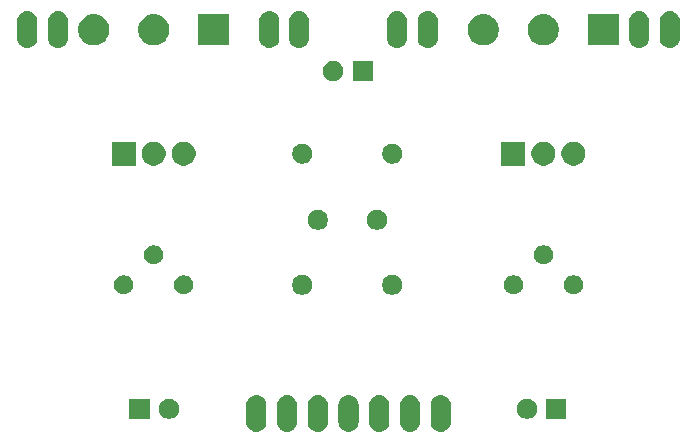
<source format=gts>
G04 #@! TF.GenerationSoftware,KiCad,Pcbnew,(5.1.5-0-10_14)*
G04 #@! TF.CreationDate,2021-12-30T16:01:06+01:00*
G04 #@! TF.ProjectId,npnium,6e706e69-756d-42e6-9b69-6361645f7063,rev?*
G04 #@! TF.SameCoordinates,Original*
G04 #@! TF.FileFunction,Soldermask,Top*
G04 #@! TF.FilePolarity,Negative*
%FSLAX46Y46*%
G04 Gerber Fmt 4.6, Leading zero omitted, Abs format (unit mm)*
G04 Created by KiCad (PCBNEW (5.1.5-0-10_14)) date 2021-12-30 16:01:06*
%MOMM*%
%LPD*%
G04 APERTURE LIST*
%ADD10C,0.100000*%
G04 APERTURE END LIST*
D10*
G36*
X92366822Y-109361313D02*
G01*
X92527241Y-109409976D01*
X92675077Y-109488995D01*
X92804659Y-109595341D01*
X92911004Y-109724922D01*
X92911005Y-109724924D01*
X92990024Y-109872758D01*
X93038687Y-110033177D01*
X93051000Y-110158196D01*
X93051000Y-111641804D01*
X93038687Y-111766823D01*
X92990024Y-111927242D01*
X92919114Y-112059906D01*
X92911004Y-112075078D01*
X92804659Y-112204659D01*
X92675078Y-112311004D01*
X92675076Y-112311005D01*
X92527242Y-112390024D01*
X92366823Y-112438687D01*
X92200000Y-112455117D01*
X92033178Y-112438687D01*
X91872759Y-112390024D01*
X91724925Y-112311005D01*
X91724923Y-112311004D01*
X91595342Y-112204659D01*
X91488997Y-112075078D01*
X91480887Y-112059906D01*
X91409977Y-111927242D01*
X91361314Y-111766823D01*
X91349001Y-111641804D01*
X91349000Y-110158197D01*
X91361313Y-110033178D01*
X91409976Y-109872759D01*
X91488995Y-109724923D01*
X91595341Y-109595341D01*
X91724922Y-109488996D01*
X91740094Y-109480886D01*
X91872758Y-109409976D01*
X92033177Y-109361313D01*
X92200000Y-109344883D01*
X92366822Y-109361313D01*
G37*
G36*
X94966822Y-109361313D02*
G01*
X95127241Y-109409976D01*
X95275077Y-109488995D01*
X95404659Y-109595341D01*
X95511004Y-109724922D01*
X95511005Y-109724924D01*
X95590024Y-109872758D01*
X95638687Y-110033177D01*
X95651000Y-110158196D01*
X95651000Y-111641804D01*
X95638687Y-111766823D01*
X95590024Y-111927242D01*
X95519114Y-112059906D01*
X95511004Y-112075078D01*
X95404659Y-112204659D01*
X95275078Y-112311004D01*
X95275076Y-112311005D01*
X95127242Y-112390024D01*
X94966823Y-112438687D01*
X94800000Y-112455117D01*
X94633178Y-112438687D01*
X94472759Y-112390024D01*
X94324925Y-112311005D01*
X94324923Y-112311004D01*
X94195342Y-112204659D01*
X94088997Y-112075078D01*
X94080887Y-112059906D01*
X94009977Y-111927242D01*
X93961314Y-111766823D01*
X93949001Y-111641804D01*
X93949000Y-110158197D01*
X93961313Y-110033178D01*
X94009976Y-109872759D01*
X94088995Y-109724923D01*
X94195341Y-109595341D01*
X94324922Y-109488996D01*
X94340094Y-109480886D01*
X94472758Y-109409976D01*
X94633177Y-109361313D01*
X94800000Y-109344883D01*
X94966822Y-109361313D01*
G37*
G36*
X97566822Y-109361313D02*
G01*
X97727241Y-109409976D01*
X97875077Y-109488995D01*
X98004659Y-109595341D01*
X98111004Y-109724922D01*
X98111005Y-109724924D01*
X98190024Y-109872758D01*
X98238687Y-110033177D01*
X98251000Y-110158196D01*
X98251000Y-111641804D01*
X98238687Y-111766823D01*
X98190024Y-111927242D01*
X98119114Y-112059906D01*
X98111004Y-112075078D01*
X98004659Y-112204659D01*
X97875078Y-112311004D01*
X97875076Y-112311005D01*
X97727242Y-112390024D01*
X97566823Y-112438687D01*
X97400000Y-112455117D01*
X97233178Y-112438687D01*
X97072759Y-112390024D01*
X96924925Y-112311005D01*
X96924923Y-112311004D01*
X96795342Y-112204659D01*
X96688997Y-112075078D01*
X96680887Y-112059906D01*
X96609977Y-111927242D01*
X96561314Y-111766823D01*
X96549001Y-111641804D01*
X96549000Y-110158197D01*
X96561313Y-110033178D01*
X96609976Y-109872759D01*
X96688995Y-109724923D01*
X96795341Y-109595341D01*
X96924922Y-109488996D01*
X96940094Y-109480886D01*
X97072758Y-109409976D01*
X97233177Y-109361313D01*
X97400000Y-109344883D01*
X97566822Y-109361313D01*
G37*
G36*
X100166822Y-109361313D02*
G01*
X100327241Y-109409976D01*
X100475077Y-109488995D01*
X100604659Y-109595341D01*
X100711004Y-109724922D01*
X100711005Y-109724924D01*
X100790024Y-109872758D01*
X100838687Y-110033177D01*
X100851000Y-110158196D01*
X100851000Y-111641804D01*
X100838687Y-111766823D01*
X100790024Y-111927242D01*
X100719114Y-112059906D01*
X100711004Y-112075078D01*
X100604659Y-112204659D01*
X100475078Y-112311004D01*
X100475076Y-112311005D01*
X100327242Y-112390024D01*
X100166823Y-112438687D01*
X100000000Y-112455117D01*
X99833178Y-112438687D01*
X99672759Y-112390024D01*
X99524925Y-112311005D01*
X99524923Y-112311004D01*
X99395342Y-112204659D01*
X99288997Y-112075078D01*
X99280887Y-112059906D01*
X99209977Y-111927242D01*
X99161314Y-111766823D01*
X99149001Y-111641804D01*
X99149000Y-110158197D01*
X99161313Y-110033178D01*
X99209976Y-109872759D01*
X99288995Y-109724923D01*
X99395341Y-109595341D01*
X99524922Y-109488996D01*
X99540094Y-109480886D01*
X99672758Y-109409976D01*
X99833177Y-109361313D01*
X100000000Y-109344883D01*
X100166822Y-109361313D01*
G37*
G36*
X102766822Y-109361313D02*
G01*
X102927241Y-109409976D01*
X103075077Y-109488995D01*
X103204659Y-109595341D01*
X103311004Y-109724922D01*
X103311005Y-109724924D01*
X103390024Y-109872758D01*
X103438687Y-110033177D01*
X103451000Y-110158196D01*
X103451000Y-111641804D01*
X103438687Y-111766823D01*
X103390024Y-111927242D01*
X103319114Y-112059906D01*
X103311004Y-112075078D01*
X103204659Y-112204659D01*
X103075078Y-112311004D01*
X103075076Y-112311005D01*
X102927242Y-112390024D01*
X102766823Y-112438687D01*
X102600000Y-112455117D01*
X102433178Y-112438687D01*
X102272759Y-112390024D01*
X102124925Y-112311005D01*
X102124923Y-112311004D01*
X101995342Y-112204659D01*
X101888997Y-112075078D01*
X101880887Y-112059906D01*
X101809977Y-111927242D01*
X101761314Y-111766823D01*
X101749001Y-111641804D01*
X101749000Y-110158197D01*
X101761313Y-110033178D01*
X101809976Y-109872759D01*
X101888995Y-109724923D01*
X101995341Y-109595341D01*
X102124922Y-109488996D01*
X102140094Y-109480886D01*
X102272758Y-109409976D01*
X102433177Y-109361313D01*
X102600000Y-109344883D01*
X102766822Y-109361313D01*
G37*
G36*
X105366822Y-109361313D02*
G01*
X105527241Y-109409976D01*
X105675077Y-109488995D01*
X105804659Y-109595341D01*
X105911004Y-109724922D01*
X105911005Y-109724924D01*
X105990024Y-109872758D01*
X106038687Y-110033177D01*
X106051000Y-110158196D01*
X106051000Y-111641804D01*
X106038687Y-111766823D01*
X105990024Y-111927242D01*
X105919114Y-112059906D01*
X105911004Y-112075078D01*
X105804659Y-112204659D01*
X105675078Y-112311004D01*
X105675076Y-112311005D01*
X105527242Y-112390024D01*
X105366823Y-112438687D01*
X105200000Y-112455117D01*
X105033178Y-112438687D01*
X104872759Y-112390024D01*
X104724925Y-112311005D01*
X104724923Y-112311004D01*
X104595342Y-112204659D01*
X104488997Y-112075078D01*
X104480887Y-112059906D01*
X104409977Y-111927242D01*
X104361314Y-111766823D01*
X104349001Y-111641804D01*
X104349000Y-110158197D01*
X104361313Y-110033178D01*
X104409976Y-109872759D01*
X104488995Y-109724923D01*
X104595341Y-109595341D01*
X104724922Y-109488996D01*
X104740094Y-109480886D01*
X104872758Y-109409976D01*
X105033177Y-109361313D01*
X105200000Y-109344883D01*
X105366822Y-109361313D01*
G37*
G36*
X107966822Y-109361313D02*
G01*
X108127241Y-109409976D01*
X108275077Y-109488995D01*
X108404659Y-109595341D01*
X108511004Y-109724922D01*
X108511005Y-109724924D01*
X108590024Y-109872758D01*
X108638687Y-110033177D01*
X108651000Y-110158196D01*
X108651000Y-111641804D01*
X108638687Y-111766823D01*
X108590024Y-111927242D01*
X108519114Y-112059906D01*
X108511004Y-112075078D01*
X108404659Y-112204659D01*
X108275078Y-112311004D01*
X108275076Y-112311005D01*
X108127242Y-112390024D01*
X107966823Y-112438687D01*
X107800000Y-112455117D01*
X107633178Y-112438687D01*
X107472759Y-112390024D01*
X107324925Y-112311005D01*
X107324923Y-112311004D01*
X107195342Y-112204659D01*
X107088997Y-112075078D01*
X107080887Y-112059906D01*
X107009977Y-111927242D01*
X106961314Y-111766823D01*
X106949001Y-111641804D01*
X106949000Y-110158197D01*
X106961313Y-110033178D01*
X107009976Y-109872759D01*
X107088995Y-109724923D01*
X107195341Y-109595341D01*
X107324922Y-109488996D01*
X107340094Y-109480886D01*
X107472758Y-109409976D01*
X107633177Y-109361313D01*
X107800000Y-109344883D01*
X107966822Y-109361313D01*
G37*
G36*
X118451000Y-111351000D02*
G01*
X116749000Y-111351000D01*
X116749000Y-109649000D01*
X118451000Y-109649000D01*
X118451000Y-111351000D01*
G37*
G36*
X115348228Y-109681703D02*
G01*
X115503100Y-109745853D01*
X115642481Y-109838985D01*
X115761015Y-109957519D01*
X115854147Y-110096900D01*
X115918297Y-110251772D01*
X115951000Y-110416184D01*
X115951000Y-110583816D01*
X115918297Y-110748228D01*
X115854147Y-110903100D01*
X115761015Y-111042481D01*
X115642481Y-111161015D01*
X115503100Y-111254147D01*
X115348228Y-111318297D01*
X115183816Y-111351000D01*
X115016184Y-111351000D01*
X114851772Y-111318297D01*
X114696900Y-111254147D01*
X114557519Y-111161015D01*
X114438985Y-111042481D01*
X114345853Y-110903100D01*
X114281703Y-110748228D01*
X114249000Y-110583816D01*
X114249000Y-110416184D01*
X114281703Y-110251772D01*
X114345853Y-110096900D01*
X114438985Y-109957519D01*
X114557519Y-109838985D01*
X114696900Y-109745853D01*
X114851772Y-109681703D01*
X115016184Y-109649000D01*
X115183816Y-109649000D01*
X115348228Y-109681703D01*
G37*
G36*
X85048228Y-109681703D02*
G01*
X85203100Y-109745853D01*
X85342481Y-109838985D01*
X85461015Y-109957519D01*
X85554147Y-110096900D01*
X85618297Y-110251772D01*
X85651000Y-110416184D01*
X85651000Y-110583816D01*
X85618297Y-110748228D01*
X85554147Y-110903100D01*
X85461015Y-111042481D01*
X85342481Y-111161015D01*
X85203100Y-111254147D01*
X85048228Y-111318297D01*
X84883816Y-111351000D01*
X84716184Y-111351000D01*
X84551772Y-111318297D01*
X84396900Y-111254147D01*
X84257519Y-111161015D01*
X84138985Y-111042481D01*
X84045853Y-110903100D01*
X83981703Y-110748228D01*
X83949000Y-110583816D01*
X83949000Y-110416184D01*
X83981703Y-110251772D01*
X84045853Y-110096900D01*
X84138985Y-109957519D01*
X84257519Y-109838985D01*
X84396900Y-109745853D01*
X84551772Y-109681703D01*
X84716184Y-109649000D01*
X84883816Y-109649000D01*
X85048228Y-109681703D01*
G37*
G36*
X83151000Y-111351000D02*
G01*
X81449000Y-111351000D01*
X81449000Y-109649000D01*
X83151000Y-109649000D01*
X83151000Y-111351000D01*
G37*
G36*
X103948228Y-99181703D02*
G01*
X104103100Y-99245853D01*
X104242481Y-99338985D01*
X104361015Y-99457519D01*
X104454147Y-99596900D01*
X104518297Y-99751772D01*
X104551000Y-99916184D01*
X104551000Y-100083816D01*
X104518297Y-100248228D01*
X104454147Y-100403100D01*
X104361015Y-100542481D01*
X104242481Y-100661015D01*
X104103100Y-100754147D01*
X103948228Y-100818297D01*
X103783816Y-100851000D01*
X103616184Y-100851000D01*
X103451772Y-100818297D01*
X103296900Y-100754147D01*
X103157519Y-100661015D01*
X103038985Y-100542481D01*
X102945853Y-100403100D01*
X102881703Y-100248228D01*
X102849000Y-100083816D01*
X102849000Y-99916184D01*
X102881703Y-99751772D01*
X102945853Y-99596900D01*
X103038985Y-99457519D01*
X103157519Y-99338985D01*
X103296900Y-99245853D01*
X103451772Y-99181703D01*
X103616184Y-99149000D01*
X103783816Y-99149000D01*
X103948228Y-99181703D01*
G37*
G36*
X96328228Y-99181703D02*
G01*
X96483100Y-99245853D01*
X96622481Y-99338985D01*
X96741015Y-99457519D01*
X96834147Y-99596900D01*
X96898297Y-99751772D01*
X96931000Y-99916184D01*
X96931000Y-100083816D01*
X96898297Y-100248228D01*
X96834147Y-100403100D01*
X96741015Y-100542481D01*
X96622481Y-100661015D01*
X96483100Y-100754147D01*
X96328228Y-100818297D01*
X96163816Y-100851000D01*
X95996184Y-100851000D01*
X95831772Y-100818297D01*
X95676900Y-100754147D01*
X95537519Y-100661015D01*
X95418985Y-100542481D01*
X95325853Y-100403100D01*
X95261703Y-100248228D01*
X95229000Y-100083816D01*
X95229000Y-99916184D01*
X95261703Y-99751772D01*
X95325853Y-99596900D01*
X95418985Y-99457519D01*
X95537519Y-99338985D01*
X95676900Y-99245853D01*
X95831772Y-99181703D01*
X95996184Y-99149000D01*
X96163816Y-99149000D01*
X96328228Y-99181703D01*
G37*
G36*
X86277142Y-99218242D02*
G01*
X86425101Y-99279529D01*
X86558255Y-99368499D01*
X86671501Y-99481745D01*
X86760471Y-99614899D01*
X86821758Y-99762858D01*
X86853000Y-99919925D01*
X86853000Y-100080075D01*
X86821758Y-100237142D01*
X86760471Y-100385101D01*
X86671501Y-100518255D01*
X86558255Y-100631501D01*
X86425101Y-100720471D01*
X86277142Y-100781758D01*
X86120075Y-100813000D01*
X85959925Y-100813000D01*
X85802858Y-100781758D01*
X85654899Y-100720471D01*
X85521745Y-100631501D01*
X85408499Y-100518255D01*
X85319529Y-100385101D01*
X85258242Y-100237142D01*
X85227000Y-100080075D01*
X85227000Y-99919925D01*
X85258242Y-99762858D01*
X85319529Y-99614899D01*
X85408499Y-99481745D01*
X85521745Y-99368499D01*
X85654899Y-99279529D01*
X85802858Y-99218242D01*
X85959925Y-99187000D01*
X86120075Y-99187000D01*
X86277142Y-99218242D01*
G37*
G36*
X119277142Y-99218242D02*
G01*
X119425101Y-99279529D01*
X119558255Y-99368499D01*
X119671501Y-99481745D01*
X119760471Y-99614899D01*
X119821758Y-99762858D01*
X119853000Y-99919925D01*
X119853000Y-100080075D01*
X119821758Y-100237142D01*
X119760471Y-100385101D01*
X119671501Y-100518255D01*
X119558255Y-100631501D01*
X119425101Y-100720471D01*
X119277142Y-100781758D01*
X119120075Y-100813000D01*
X118959925Y-100813000D01*
X118802858Y-100781758D01*
X118654899Y-100720471D01*
X118521745Y-100631501D01*
X118408499Y-100518255D01*
X118319529Y-100385101D01*
X118258242Y-100237142D01*
X118227000Y-100080075D01*
X118227000Y-99919925D01*
X118258242Y-99762858D01*
X118319529Y-99614899D01*
X118408499Y-99481745D01*
X118521745Y-99368499D01*
X118654899Y-99279529D01*
X118802858Y-99218242D01*
X118959925Y-99187000D01*
X119120075Y-99187000D01*
X119277142Y-99218242D01*
G37*
G36*
X114197142Y-99218242D02*
G01*
X114345101Y-99279529D01*
X114478255Y-99368499D01*
X114591501Y-99481745D01*
X114680471Y-99614899D01*
X114741758Y-99762858D01*
X114773000Y-99919925D01*
X114773000Y-100080075D01*
X114741758Y-100237142D01*
X114680471Y-100385101D01*
X114591501Y-100518255D01*
X114478255Y-100631501D01*
X114345101Y-100720471D01*
X114197142Y-100781758D01*
X114040075Y-100813000D01*
X113879925Y-100813000D01*
X113722858Y-100781758D01*
X113574899Y-100720471D01*
X113441745Y-100631501D01*
X113328499Y-100518255D01*
X113239529Y-100385101D01*
X113178242Y-100237142D01*
X113147000Y-100080075D01*
X113147000Y-99919925D01*
X113178242Y-99762858D01*
X113239529Y-99614899D01*
X113328499Y-99481745D01*
X113441745Y-99368499D01*
X113574899Y-99279529D01*
X113722858Y-99218242D01*
X113879925Y-99187000D01*
X114040075Y-99187000D01*
X114197142Y-99218242D01*
G37*
G36*
X81197142Y-99218242D02*
G01*
X81345101Y-99279529D01*
X81478255Y-99368499D01*
X81591501Y-99481745D01*
X81680471Y-99614899D01*
X81741758Y-99762858D01*
X81773000Y-99919925D01*
X81773000Y-100080075D01*
X81741758Y-100237142D01*
X81680471Y-100385101D01*
X81591501Y-100518255D01*
X81478255Y-100631501D01*
X81345101Y-100720471D01*
X81197142Y-100781758D01*
X81040075Y-100813000D01*
X80879925Y-100813000D01*
X80722858Y-100781758D01*
X80574899Y-100720471D01*
X80441745Y-100631501D01*
X80328499Y-100518255D01*
X80239529Y-100385101D01*
X80178242Y-100237142D01*
X80147000Y-100080075D01*
X80147000Y-99919925D01*
X80178242Y-99762858D01*
X80239529Y-99614899D01*
X80328499Y-99481745D01*
X80441745Y-99368499D01*
X80574899Y-99279529D01*
X80722858Y-99218242D01*
X80879925Y-99187000D01*
X81040075Y-99187000D01*
X81197142Y-99218242D01*
G37*
G36*
X116737142Y-96678242D02*
G01*
X116885101Y-96739529D01*
X117018255Y-96828499D01*
X117131501Y-96941745D01*
X117220471Y-97074899D01*
X117281758Y-97222858D01*
X117313000Y-97379925D01*
X117313000Y-97540075D01*
X117281758Y-97697142D01*
X117220471Y-97845101D01*
X117131501Y-97978255D01*
X117018255Y-98091501D01*
X116885101Y-98180471D01*
X116737142Y-98241758D01*
X116580075Y-98273000D01*
X116419925Y-98273000D01*
X116262858Y-98241758D01*
X116114899Y-98180471D01*
X115981745Y-98091501D01*
X115868499Y-97978255D01*
X115779529Y-97845101D01*
X115718242Y-97697142D01*
X115687000Y-97540075D01*
X115687000Y-97379925D01*
X115718242Y-97222858D01*
X115779529Y-97074899D01*
X115868499Y-96941745D01*
X115981745Y-96828499D01*
X116114899Y-96739529D01*
X116262858Y-96678242D01*
X116419925Y-96647000D01*
X116580075Y-96647000D01*
X116737142Y-96678242D01*
G37*
G36*
X83737142Y-96678242D02*
G01*
X83885101Y-96739529D01*
X84018255Y-96828499D01*
X84131501Y-96941745D01*
X84220471Y-97074899D01*
X84281758Y-97222858D01*
X84313000Y-97379925D01*
X84313000Y-97540075D01*
X84281758Y-97697142D01*
X84220471Y-97845101D01*
X84131501Y-97978255D01*
X84018255Y-98091501D01*
X83885101Y-98180471D01*
X83737142Y-98241758D01*
X83580075Y-98273000D01*
X83419925Y-98273000D01*
X83262858Y-98241758D01*
X83114899Y-98180471D01*
X82981745Y-98091501D01*
X82868499Y-97978255D01*
X82779529Y-97845101D01*
X82718242Y-97697142D01*
X82687000Y-97540075D01*
X82687000Y-97379925D01*
X82718242Y-97222858D01*
X82779529Y-97074899D01*
X82868499Y-96941745D01*
X82981745Y-96828499D01*
X83114899Y-96739529D01*
X83262858Y-96678242D01*
X83419925Y-96647000D01*
X83580075Y-96647000D01*
X83737142Y-96678242D01*
G37*
G36*
X102648228Y-93681703D02*
G01*
X102803100Y-93745853D01*
X102942481Y-93838985D01*
X103061015Y-93957519D01*
X103154147Y-94096900D01*
X103218297Y-94251772D01*
X103251000Y-94416184D01*
X103251000Y-94583816D01*
X103218297Y-94748228D01*
X103154147Y-94903100D01*
X103061015Y-95042481D01*
X102942481Y-95161015D01*
X102803100Y-95254147D01*
X102648228Y-95318297D01*
X102483816Y-95351000D01*
X102316184Y-95351000D01*
X102151772Y-95318297D01*
X101996900Y-95254147D01*
X101857519Y-95161015D01*
X101738985Y-95042481D01*
X101645853Y-94903100D01*
X101581703Y-94748228D01*
X101549000Y-94583816D01*
X101549000Y-94416184D01*
X101581703Y-94251772D01*
X101645853Y-94096900D01*
X101738985Y-93957519D01*
X101857519Y-93838985D01*
X101996900Y-93745853D01*
X102151772Y-93681703D01*
X102316184Y-93649000D01*
X102483816Y-93649000D01*
X102648228Y-93681703D01*
G37*
G36*
X97648228Y-93681703D02*
G01*
X97803100Y-93745853D01*
X97942481Y-93838985D01*
X98061015Y-93957519D01*
X98154147Y-94096900D01*
X98218297Y-94251772D01*
X98251000Y-94416184D01*
X98251000Y-94583816D01*
X98218297Y-94748228D01*
X98154147Y-94903100D01*
X98061015Y-95042481D01*
X97942481Y-95161015D01*
X97803100Y-95254147D01*
X97648228Y-95318297D01*
X97483816Y-95351000D01*
X97316184Y-95351000D01*
X97151772Y-95318297D01*
X96996900Y-95254147D01*
X96857519Y-95161015D01*
X96738985Y-95042481D01*
X96645853Y-94903100D01*
X96581703Y-94748228D01*
X96549000Y-94583816D01*
X96549000Y-94416184D01*
X96581703Y-94251772D01*
X96645853Y-94096900D01*
X96738985Y-93957519D01*
X96857519Y-93838985D01*
X96996900Y-93745853D01*
X97151772Y-93681703D01*
X97316184Y-93649000D01*
X97483816Y-93649000D01*
X97648228Y-93681703D01*
G37*
G36*
X81976200Y-89916200D02*
G01*
X79943800Y-89916200D01*
X79943800Y-87883800D01*
X81976200Y-87883800D01*
X81976200Y-89916200D01*
G37*
G36*
X119336415Y-87922851D02*
G01*
X119521350Y-87999454D01*
X119521351Y-87999455D01*
X119687790Y-88110666D01*
X119829334Y-88252210D01*
X119829335Y-88252212D01*
X119940546Y-88418650D01*
X120017149Y-88603585D01*
X120056200Y-88799912D01*
X120056200Y-89000088D01*
X120017149Y-89196415D01*
X119940546Y-89381350D01*
X119940545Y-89381351D01*
X119829334Y-89547790D01*
X119687790Y-89689334D01*
X119644447Y-89718295D01*
X119521350Y-89800546D01*
X119336415Y-89877149D01*
X119140088Y-89916200D01*
X118939912Y-89916200D01*
X118743585Y-89877149D01*
X118558650Y-89800546D01*
X118435553Y-89718295D01*
X118392210Y-89689334D01*
X118250666Y-89547790D01*
X118139455Y-89381351D01*
X118139454Y-89381350D01*
X118062851Y-89196415D01*
X118023800Y-89000088D01*
X118023800Y-88799912D01*
X118062851Y-88603585D01*
X118139454Y-88418650D01*
X118250665Y-88252212D01*
X118250666Y-88252210D01*
X118392210Y-88110666D01*
X118558649Y-87999455D01*
X118558650Y-87999454D01*
X118743585Y-87922851D01*
X118939912Y-87883800D01*
X119140088Y-87883800D01*
X119336415Y-87922851D01*
G37*
G36*
X116796415Y-87922851D02*
G01*
X116981350Y-87999454D01*
X116981351Y-87999455D01*
X117147790Y-88110666D01*
X117289334Y-88252210D01*
X117289335Y-88252212D01*
X117400546Y-88418650D01*
X117477149Y-88603585D01*
X117516200Y-88799912D01*
X117516200Y-89000088D01*
X117477149Y-89196415D01*
X117400546Y-89381350D01*
X117400545Y-89381351D01*
X117289334Y-89547790D01*
X117147790Y-89689334D01*
X117104447Y-89718295D01*
X116981350Y-89800546D01*
X116796415Y-89877149D01*
X116600088Y-89916200D01*
X116399912Y-89916200D01*
X116203585Y-89877149D01*
X116018650Y-89800546D01*
X115895553Y-89718295D01*
X115852210Y-89689334D01*
X115710666Y-89547790D01*
X115599455Y-89381351D01*
X115599454Y-89381350D01*
X115522851Y-89196415D01*
X115483800Y-89000088D01*
X115483800Y-88799912D01*
X115522851Y-88603585D01*
X115599454Y-88418650D01*
X115710665Y-88252212D01*
X115710666Y-88252210D01*
X115852210Y-88110666D01*
X116018649Y-87999455D01*
X116018650Y-87999454D01*
X116203585Y-87922851D01*
X116399912Y-87883800D01*
X116600088Y-87883800D01*
X116796415Y-87922851D01*
G37*
G36*
X114976200Y-89916200D02*
G01*
X112943800Y-89916200D01*
X112943800Y-87883800D01*
X114976200Y-87883800D01*
X114976200Y-89916200D01*
G37*
G36*
X83796415Y-87922851D02*
G01*
X83981350Y-87999454D01*
X83981351Y-87999455D01*
X84147790Y-88110666D01*
X84289334Y-88252210D01*
X84289335Y-88252212D01*
X84400546Y-88418650D01*
X84477149Y-88603585D01*
X84516200Y-88799912D01*
X84516200Y-89000088D01*
X84477149Y-89196415D01*
X84400546Y-89381350D01*
X84400545Y-89381351D01*
X84289334Y-89547790D01*
X84147790Y-89689334D01*
X84104447Y-89718295D01*
X83981350Y-89800546D01*
X83796415Y-89877149D01*
X83600088Y-89916200D01*
X83399912Y-89916200D01*
X83203585Y-89877149D01*
X83018650Y-89800546D01*
X82895553Y-89718295D01*
X82852210Y-89689334D01*
X82710666Y-89547790D01*
X82599455Y-89381351D01*
X82599454Y-89381350D01*
X82522851Y-89196415D01*
X82483800Y-89000088D01*
X82483800Y-88799912D01*
X82522851Y-88603585D01*
X82599454Y-88418650D01*
X82710665Y-88252212D01*
X82710666Y-88252210D01*
X82852210Y-88110666D01*
X83018649Y-87999455D01*
X83018650Y-87999454D01*
X83203585Y-87922851D01*
X83399912Y-87883800D01*
X83600088Y-87883800D01*
X83796415Y-87922851D01*
G37*
G36*
X86336415Y-87922851D02*
G01*
X86521350Y-87999454D01*
X86521351Y-87999455D01*
X86687790Y-88110666D01*
X86829334Y-88252210D01*
X86829335Y-88252212D01*
X86940546Y-88418650D01*
X87017149Y-88603585D01*
X87056200Y-88799912D01*
X87056200Y-89000088D01*
X87017149Y-89196415D01*
X86940546Y-89381350D01*
X86940545Y-89381351D01*
X86829334Y-89547790D01*
X86687790Y-89689334D01*
X86644447Y-89718295D01*
X86521350Y-89800546D01*
X86336415Y-89877149D01*
X86140088Y-89916200D01*
X85939912Y-89916200D01*
X85743585Y-89877149D01*
X85558650Y-89800546D01*
X85435553Y-89718295D01*
X85392210Y-89689334D01*
X85250666Y-89547790D01*
X85139455Y-89381351D01*
X85139454Y-89381350D01*
X85062851Y-89196415D01*
X85023800Y-89000088D01*
X85023800Y-88799912D01*
X85062851Y-88603585D01*
X85139454Y-88418650D01*
X85250665Y-88252212D01*
X85250666Y-88252210D01*
X85392210Y-88110666D01*
X85558649Y-87999455D01*
X85558650Y-87999454D01*
X85743585Y-87922851D01*
X85939912Y-87883800D01*
X86140088Y-87883800D01*
X86336415Y-87922851D01*
G37*
G36*
X103948228Y-88081703D02*
G01*
X104103100Y-88145853D01*
X104242481Y-88238985D01*
X104361015Y-88357519D01*
X104454147Y-88496900D01*
X104518297Y-88651772D01*
X104551000Y-88816184D01*
X104551000Y-88983816D01*
X104518297Y-89148228D01*
X104454147Y-89303100D01*
X104361015Y-89442481D01*
X104242481Y-89561015D01*
X104103100Y-89654147D01*
X103948228Y-89718297D01*
X103783816Y-89751000D01*
X103616184Y-89751000D01*
X103451772Y-89718297D01*
X103296900Y-89654147D01*
X103157519Y-89561015D01*
X103038985Y-89442481D01*
X102945853Y-89303100D01*
X102881703Y-89148228D01*
X102849000Y-88983816D01*
X102849000Y-88816184D01*
X102881703Y-88651772D01*
X102945853Y-88496900D01*
X103038985Y-88357519D01*
X103157519Y-88238985D01*
X103296900Y-88145853D01*
X103451772Y-88081703D01*
X103616184Y-88049000D01*
X103783816Y-88049000D01*
X103948228Y-88081703D01*
G37*
G36*
X96328228Y-88081703D02*
G01*
X96483100Y-88145853D01*
X96622481Y-88238985D01*
X96741015Y-88357519D01*
X96834147Y-88496900D01*
X96898297Y-88651772D01*
X96931000Y-88816184D01*
X96931000Y-88983816D01*
X96898297Y-89148228D01*
X96834147Y-89303100D01*
X96741015Y-89442481D01*
X96622481Y-89561015D01*
X96483100Y-89654147D01*
X96328228Y-89718297D01*
X96163816Y-89751000D01*
X95996184Y-89751000D01*
X95831772Y-89718297D01*
X95676900Y-89654147D01*
X95537519Y-89561015D01*
X95418985Y-89442481D01*
X95325853Y-89303100D01*
X95261703Y-89148228D01*
X95229000Y-88983816D01*
X95229000Y-88816184D01*
X95261703Y-88651772D01*
X95325853Y-88496900D01*
X95418985Y-88357519D01*
X95537519Y-88238985D01*
X95676900Y-88145853D01*
X95831772Y-88081703D01*
X95996184Y-88049000D01*
X96163816Y-88049000D01*
X96328228Y-88081703D01*
G37*
G36*
X102051000Y-82751000D02*
G01*
X100349000Y-82751000D01*
X100349000Y-81049000D01*
X102051000Y-81049000D01*
X102051000Y-82751000D01*
G37*
G36*
X98948228Y-81081703D02*
G01*
X99103100Y-81145853D01*
X99242481Y-81238985D01*
X99361015Y-81357519D01*
X99454147Y-81496900D01*
X99518297Y-81651772D01*
X99551000Y-81816184D01*
X99551000Y-81983816D01*
X99518297Y-82148228D01*
X99454147Y-82303100D01*
X99361015Y-82442481D01*
X99242481Y-82561015D01*
X99103100Y-82654147D01*
X98948228Y-82718297D01*
X98783816Y-82751000D01*
X98616184Y-82751000D01*
X98451772Y-82718297D01*
X98296900Y-82654147D01*
X98157519Y-82561015D01*
X98038985Y-82442481D01*
X97945853Y-82303100D01*
X97881703Y-82148228D01*
X97849000Y-81983816D01*
X97849000Y-81816184D01*
X97881703Y-81651772D01*
X97945853Y-81496900D01*
X98038985Y-81357519D01*
X98157519Y-81238985D01*
X98296900Y-81145853D01*
X98451772Y-81081703D01*
X98616184Y-81049000D01*
X98783816Y-81049000D01*
X98948228Y-81081703D01*
G37*
G36*
X104266822Y-76861313D02*
G01*
X104427241Y-76909976D01*
X104575077Y-76988995D01*
X104704659Y-77095341D01*
X104811004Y-77224922D01*
X104811005Y-77224924D01*
X104890024Y-77372758D01*
X104938687Y-77533177D01*
X104951000Y-77658196D01*
X104951000Y-79141804D01*
X104938687Y-79266823D01*
X104890024Y-79427242D01*
X104819114Y-79559906D01*
X104811004Y-79575078D01*
X104704659Y-79704659D01*
X104575078Y-79811004D01*
X104575076Y-79811005D01*
X104427242Y-79890024D01*
X104266823Y-79938687D01*
X104100000Y-79955117D01*
X103933178Y-79938687D01*
X103772759Y-79890024D01*
X103624925Y-79811005D01*
X103624923Y-79811004D01*
X103495342Y-79704659D01*
X103388997Y-79575078D01*
X103380887Y-79559906D01*
X103309977Y-79427242D01*
X103261314Y-79266823D01*
X103249001Y-79141804D01*
X103249000Y-77658197D01*
X103261313Y-77533178D01*
X103309976Y-77372759D01*
X103388995Y-77224923D01*
X103495341Y-77095341D01*
X103624922Y-76988996D01*
X103640094Y-76980886D01*
X103772758Y-76909976D01*
X103933177Y-76861313D01*
X104100000Y-76844883D01*
X104266822Y-76861313D01*
G37*
G36*
X72966822Y-76861313D02*
G01*
X73127241Y-76909976D01*
X73275077Y-76988995D01*
X73404659Y-77095341D01*
X73511004Y-77224922D01*
X73511005Y-77224924D01*
X73590024Y-77372758D01*
X73638687Y-77533177D01*
X73651000Y-77658196D01*
X73651000Y-79141804D01*
X73638687Y-79266823D01*
X73590024Y-79427242D01*
X73519114Y-79559906D01*
X73511004Y-79575078D01*
X73404659Y-79704659D01*
X73275078Y-79811004D01*
X73275076Y-79811005D01*
X73127242Y-79890024D01*
X72966823Y-79938687D01*
X72800000Y-79955117D01*
X72633178Y-79938687D01*
X72472759Y-79890024D01*
X72324925Y-79811005D01*
X72324923Y-79811004D01*
X72195342Y-79704659D01*
X72088997Y-79575078D01*
X72080887Y-79559906D01*
X72009977Y-79427242D01*
X71961314Y-79266823D01*
X71949001Y-79141804D01*
X71949000Y-77658197D01*
X71961313Y-77533178D01*
X72009976Y-77372759D01*
X72088995Y-77224923D01*
X72195341Y-77095341D01*
X72324922Y-76988996D01*
X72340094Y-76980886D01*
X72472758Y-76909976D01*
X72633177Y-76861313D01*
X72800000Y-76844883D01*
X72966822Y-76861313D01*
G37*
G36*
X106866822Y-76861313D02*
G01*
X107027241Y-76909976D01*
X107175077Y-76988995D01*
X107304659Y-77095341D01*
X107411004Y-77224922D01*
X107411005Y-77224924D01*
X107490024Y-77372758D01*
X107538687Y-77533177D01*
X107551000Y-77658196D01*
X107551000Y-79141804D01*
X107538687Y-79266823D01*
X107490024Y-79427242D01*
X107419114Y-79559906D01*
X107411004Y-79575078D01*
X107304659Y-79704659D01*
X107175078Y-79811004D01*
X107175076Y-79811005D01*
X107027242Y-79890024D01*
X106866823Y-79938687D01*
X106700000Y-79955117D01*
X106533178Y-79938687D01*
X106372759Y-79890024D01*
X106224925Y-79811005D01*
X106224923Y-79811004D01*
X106095342Y-79704659D01*
X105988997Y-79575078D01*
X105980887Y-79559906D01*
X105909977Y-79427242D01*
X105861314Y-79266823D01*
X105849001Y-79141804D01*
X105849000Y-77658197D01*
X105861313Y-77533178D01*
X105909976Y-77372759D01*
X105988995Y-77224923D01*
X106095341Y-77095341D01*
X106224922Y-76988996D01*
X106240094Y-76980886D01*
X106372758Y-76909976D01*
X106533177Y-76861313D01*
X106700000Y-76844883D01*
X106866822Y-76861313D01*
G37*
G36*
X127366822Y-76861313D02*
G01*
X127527241Y-76909976D01*
X127675077Y-76988995D01*
X127804659Y-77095341D01*
X127911004Y-77224922D01*
X127911005Y-77224924D01*
X127990024Y-77372758D01*
X128038687Y-77533177D01*
X128051000Y-77658196D01*
X128051000Y-79141804D01*
X128038687Y-79266823D01*
X127990024Y-79427242D01*
X127919114Y-79559906D01*
X127911004Y-79575078D01*
X127804659Y-79704659D01*
X127675078Y-79811004D01*
X127675076Y-79811005D01*
X127527242Y-79890024D01*
X127366823Y-79938687D01*
X127200000Y-79955117D01*
X127033178Y-79938687D01*
X126872759Y-79890024D01*
X126724925Y-79811005D01*
X126724923Y-79811004D01*
X126595342Y-79704659D01*
X126488997Y-79575078D01*
X126480887Y-79559906D01*
X126409977Y-79427242D01*
X126361314Y-79266823D01*
X126349001Y-79141804D01*
X126349000Y-77658197D01*
X126361313Y-77533178D01*
X126409976Y-77372759D01*
X126488995Y-77224923D01*
X126595341Y-77095341D01*
X126724922Y-76988996D01*
X126740094Y-76980886D01*
X126872758Y-76909976D01*
X127033177Y-76861313D01*
X127200000Y-76844883D01*
X127366822Y-76861313D01*
G37*
G36*
X124766822Y-76861313D02*
G01*
X124927241Y-76909976D01*
X125075077Y-76988995D01*
X125204659Y-77095341D01*
X125311004Y-77224922D01*
X125311005Y-77224924D01*
X125390024Y-77372758D01*
X125438687Y-77533177D01*
X125451000Y-77658196D01*
X125451000Y-79141804D01*
X125438687Y-79266823D01*
X125390024Y-79427242D01*
X125319114Y-79559906D01*
X125311004Y-79575078D01*
X125204659Y-79704659D01*
X125075078Y-79811004D01*
X125075076Y-79811005D01*
X124927242Y-79890024D01*
X124766823Y-79938687D01*
X124600000Y-79955117D01*
X124433178Y-79938687D01*
X124272759Y-79890024D01*
X124124925Y-79811005D01*
X124124923Y-79811004D01*
X123995342Y-79704659D01*
X123888997Y-79575078D01*
X123880887Y-79559906D01*
X123809977Y-79427242D01*
X123761314Y-79266823D01*
X123749001Y-79141804D01*
X123749000Y-77658197D01*
X123761313Y-77533178D01*
X123809976Y-77372759D01*
X123888995Y-77224923D01*
X123995341Y-77095341D01*
X124124922Y-76988996D01*
X124140094Y-76980886D01*
X124272758Y-76909976D01*
X124433177Y-76861313D01*
X124600000Y-76844883D01*
X124766822Y-76861313D01*
G37*
G36*
X75566822Y-76861313D02*
G01*
X75727241Y-76909976D01*
X75875077Y-76988995D01*
X76004659Y-77095341D01*
X76111004Y-77224922D01*
X76111005Y-77224924D01*
X76190024Y-77372758D01*
X76238687Y-77533177D01*
X76251000Y-77658196D01*
X76251000Y-79141804D01*
X76238687Y-79266823D01*
X76190024Y-79427242D01*
X76119114Y-79559906D01*
X76111004Y-79575078D01*
X76004659Y-79704659D01*
X75875078Y-79811004D01*
X75875076Y-79811005D01*
X75727242Y-79890024D01*
X75566823Y-79938687D01*
X75400000Y-79955117D01*
X75233178Y-79938687D01*
X75072759Y-79890024D01*
X74924925Y-79811005D01*
X74924923Y-79811004D01*
X74795342Y-79704659D01*
X74688997Y-79575078D01*
X74680887Y-79559906D01*
X74609977Y-79427242D01*
X74561314Y-79266823D01*
X74549001Y-79141804D01*
X74549000Y-77658197D01*
X74561313Y-77533178D01*
X74609976Y-77372759D01*
X74688995Y-77224923D01*
X74795341Y-77095341D01*
X74924922Y-76988996D01*
X74940094Y-76980886D01*
X75072758Y-76909976D01*
X75233177Y-76861313D01*
X75400000Y-76844883D01*
X75566822Y-76861313D01*
G37*
G36*
X95966822Y-76861313D02*
G01*
X96127241Y-76909976D01*
X96275077Y-76988995D01*
X96404659Y-77095341D01*
X96511004Y-77224922D01*
X96511005Y-77224924D01*
X96590024Y-77372758D01*
X96638687Y-77533177D01*
X96651000Y-77658196D01*
X96651000Y-79141804D01*
X96638687Y-79266823D01*
X96590024Y-79427242D01*
X96519114Y-79559906D01*
X96511004Y-79575078D01*
X96404659Y-79704659D01*
X96275078Y-79811004D01*
X96275076Y-79811005D01*
X96127242Y-79890024D01*
X95966823Y-79938687D01*
X95800000Y-79955117D01*
X95633178Y-79938687D01*
X95472759Y-79890024D01*
X95324925Y-79811005D01*
X95324923Y-79811004D01*
X95195342Y-79704659D01*
X95088997Y-79575078D01*
X95080887Y-79559906D01*
X95009977Y-79427242D01*
X94961314Y-79266823D01*
X94949001Y-79141804D01*
X94949000Y-77658197D01*
X94961313Y-77533178D01*
X95009976Y-77372759D01*
X95088995Y-77224923D01*
X95195341Y-77095341D01*
X95324922Y-76988996D01*
X95340094Y-76980886D01*
X95472758Y-76909976D01*
X95633177Y-76861313D01*
X95800000Y-76844883D01*
X95966822Y-76861313D01*
G37*
G36*
X93466822Y-76861313D02*
G01*
X93627241Y-76909976D01*
X93775077Y-76988995D01*
X93904659Y-77095341D01*
X94011004Y-77224922D01*
X94011005Y-77224924D01*
X94090024Y-77372758D01*
X94138687Y-77533177D01*
X94151000Y-77658196D01*
X94151000Y-79141804D01*
X94138687Y-79266823D01*
X94090024Y-79427242D01*
X94019114Y-79559906D01*
X94011004Y-79575078D01*
X93904659Y-79704659D01*
X93775078Y-79811004D01*
X93775076Y-79811005D01*
X93627242Y-79890024D01*
X93466823Y-79938687D01*
X93300000Y-79955117D01*
X93133178Y-79938687D01*
X92972759Y-79890024D01*
X92824925Y-79811005D01*
X92824923Y-79811004D01*
X92695342Y-79704659D01*
X92588997Y-79575078D01*
X92580887Y-79559906D01*
X92509977Y-79427242D01*
X92461314Y-79266823D01*
X92449001Y-79141804D01*
X92449000Y-77658197D01*
X92461313Y-77533178D01*
X92509976Y-77372759D01*
X92588995Y-77224923D01*
X92695341Y-77095341D01*
X92824922Y-76988996D01*
X92840094Y-76980886D01*
X92972758Y-76909976D01*
X93133177Y-76861313D01*
X93300000Y-76844883D01*
X93466822Y-76861313D01*
G37*
G36*
X83757715Y-77104383D02*
G01*
X83885322Y-77129765D01*
X84026148Y-77188097D01*
X84125727Y-77229344D01*
X84125728Y-77229345D01*
X84342089Y-77373912D01*
X84526088Y-77557911D01*
X84593099Y-77658201D01*
X84670656Y-77774273D01*
X84711903Y-77873852D01*
X84770235Y-78014678D01*
X84821000Y-78269893D01*
X84821000Y-78530107D01*
X84770235Y-78785322D01*
X84711903Y-78926148D01*
X84670656Y-79025727D01*
X84670655Y-79025728D01*
X84526088Y-79242089D01*
X84342089Y-79426088D01*
X84197521Y-79522685D01*
X84125727Y-79570656D01*
X84026148Y-79611903D01*
X83885322Y-79670235D01*
X83757715Y-79695617D01*
X83630109Y-79721000D01*
X83369891Y-79721000D01*
X83242285Y-79695617D01*
X83114678Y-79670235D01*
X82973852Y-79611903D01*
X82874273Y-79570656D01*
X82802479Y-79522685D01*
X82657911Y-79426088D01*
X82473912Y-79242089D01*
X82329345Y-79025728D01*
X82329344Y-79025727D01*
X82288097Y-78926148D01*
X82229765Y-78785322D01*
X82179000Y-78530107D01*
X82179000Y-78269893D01*
X82229765Y-78014678D01*
X82288097Y-77873852D01*
X82329344Y-77774273D01*
X82406901Y-77658201D01*
X82473912Y-77557911D01*
X82657911Y-77373912D01*
X82874272Y-77229345D01*
X82874273Y-77229344D01*
X82973852Y-77188097D01*
X83114678Y-77129765D01*
X83242285Y-77104383D01*
X83369891Y-77079000D01*
X83630109Y-77079000D01*
X83757715Y-77104383D01*
G37*
G36*
X122901000Y-79721000D02*
G01*
X120259000Y-79721000D01*
X120259000Y-77079000D01*
X122901000Y-77079000D01*
X122901000Y-79721000D01*
G37*
G36*
X116757715Y-77104383D02*
G01*
X116885322Y-77129765D01*
X117026148Y-77188097D01*
X117125727Y-77229344D01*
X117125728Y-77229345D01*
X117342089Y-77373912D01*
X117526088Y-77557911D01*
X117593099Y-77658201D01*
X117670656Y-77774273D01*
X117711903Y-77873852D01*
X117770235Y-78014678D01*
X117821000Y-78269893D01*
X117821000Y-78530107D01*
X117770235Y-78785322D01*
X117711903Y-78926148D01*
X117670656Y-79025727D01*
X117670655Y-79025728D01*
X117526088Y-79242089D01*
X117342089Y-79426088D01*
X117197521Y-79522685D01*
X117125727Y-79570656D01*
X117026148Y-79611903D01*
X116885322Y-79670235D01*
X116757715Y-79695617D01*
X116630109Y-79721000D01*
X116369891Y-79721000D01*
X116242285Y-79695617D01*
X116114678Y-79670235D01*
X115973852Y-79611903D01*
X115874273Y-79570656D01*
X115802479Y-79522685D01*
X115657911Y-79426088D01*
X115473912Y-79242089D01*
X115329345Y-79025728D01*
X115329344Y-79025727D01*
X115288097Y-78926148D01*
X115229765Y-78785322D01*
X115179000Y-78530107D01*
X115179000Y-78269893D01*
X115229765Y-78014678D01*
X115288097Y-77873852D01*
X115329344Y-77774273D01*
X115406901Y-77658201D01*
X115473912Y-77557911D01*
X115657911Y-77373912D01*
X115874272Y-77229345D01*
X115874273Y-77229344D01*
X115973852Y-77188097D01*
X116114678Y-77129765D01*
X116242285Y-77104383D01*
X116369891Y-77079000D01*
X116630109Y-77079000D01*
X116757715Y-77104383D01*
G37*
G36*
X78677715Y-77104383D02*
G01*
X78805322Y-77129765D01*
X78946148Y-77188097D01*
X79045727Y-77229344D01*
X79045728Y-77229345D01*
X79262089Y-77373912D01*
X79446088Y-77557911D01*
X79513099Y-77658201D01*
X79590656Y-77774273D01*
X79631903Y-77873852D01*
X79690235Y-78014678D01*
X79741000Y-78269893D01*
X79741000Y-78530107D01*
X79690235Y-78785322D01*
X79631903Y-78926148D01*
X79590656Y-79025727D01*
X79590655Y-79025728D01*
X79446088Y-79242089D01*
X79262089Y-79426088D01*
X79117521Y-79522685D01*
X79045727Y-79570656D01*
X78946148Y-79611903D01*
X78805322Y-79670235D01*
X78677715Y-79695617D01*
X78550109Y-79721000D01*
X78289891Y-79721000D01*
X78162285Y-79695617D01*
X78034678Y-79670235D01*
X77893852Y-79611903D01*
X77794273Y-79570656D01*
X77722479Y-79522685D01*
X77577911Y-79426088D01*
X77393912Y-79242089D01*
X77249345Y-79025728D01*
X77249344Y-79025727D01*
X77208097Y-78926148D01*
X77149765Y-78785322D01*
X77099000Y-78530107D01*
X77099000Y-78269893D01*
X77149765Y-78014678D01*
X77208097Y-77873852D01*
X77249344Y-77774273D01*
X77326901Y-77658201D01*
X77393912Y-77557911D01*
X77577911Y-77373912D01*
X77794272Y-77229345D01*
X77794273Y-77229344D01*
X77893852Y-77188097D01*
X78034678Y-77129765D01*
X78162285Y-77104383D01*
X78289891Y-77079000D01*
X78550109Y-77079000D01*
X78677715Y-77104383D01*
G37*
G36*
X111677715Y-77104383D02*
G01*
X111805322Y-77129765D01*
X111946148Y-77188097D01*
X112045727Y-77229344D01*
X112045728Y-77229345D01*
X112262089Y-77373912D01*
X112446088Y-77557911D01*
X112513099Y-77658201D01*
X112590656Y-77774273D01*
X112631903Y-77873852D01*
X112690235Y-78014678D01*
X112741000Y-78269893D01*
X112741000Y-78530107D01*
X112690235Y-78785322D01*
X112631903Y-78926148D01*
X112590656Y-79025727D01*
X112590655Y-79025728D01*
X112446088Y-79242089D01*
X112262089Y-79426088D01*
X112117521Y-79522685D01*
X112045727Y-79570656D01*
X111946148Y-79611903D01*
X111805322Y-79670235D01*
X111677715Y-79695617D01*
X111550109Y-79721000D01*
X111289891Y-79721000D01*
X111162285Y-79695617D01*
X111034678Y-79670235D01*
X110893852Y-79611903D01*
X110794273Y-79570656D01*
X110722479Y-79522685D01*
X110577911Y-79426088D01*
X110393912Y-79242089D01*
X110249345Y-79025728D01*
X110249344Y-79025727D01*
X110208097Y-78926148D01*
X110149765Y-78785322D01*
X110099000Y-78530107D01*
X110099000Y-78269893D01*
X110149765Y-78014678D01*
X110208097Y-77873852D01*
X110249344Y-77774273D01*
X110326901Y-77658201D01*
X110393912Y-77557911D01*
X110577911Y-77373912D01*
X110794272Y-77229345D01*
X110794273Y-77229344D01*
X110893852Y-77188097D01*
X111034678Y-77129765D01*
X111162285Y-77104383D01*
X111289891Y-77079000D01*
X111550109Y-77079000D01*
X111677715Y-77104383D01*
G37*
G36*
X89901000Y-79721000D02*
G01*
X87259000Y-79721000D01*
X87259000Y-77079000D01*
X89901000Y-77079000D01*
X89901000Y-79721000D01*
G37*
M02*

</source>
